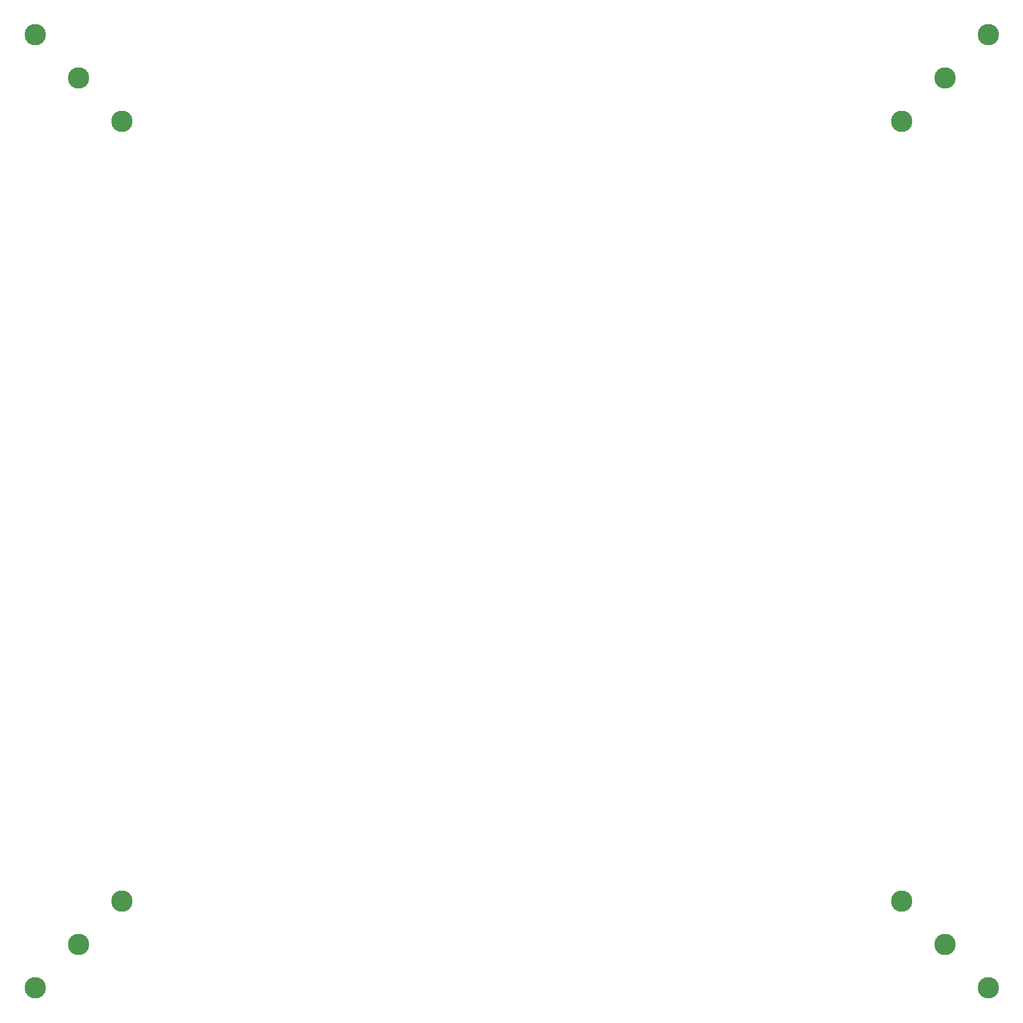
<source format=gbr>
%TF.GenerationSoftware,Altium Limited,Altium Designer,24.0.1 (36)*%
G04 Layer_Color=0*
%FSLAX45Y45*%
%MOMM*%
%TF.SameCoordinates,30B9EBA5-48D0-47E5-9341-C4D43BC7BEBE*%
%TF.FilePolarity,Positive*%
%TF.FileFunction,NonPlated,1,2,NPTH,Drill*%
%TF.Part,Single*%
G01*
G75*
%TA.AperFunction,OtherDrill,Pad Free-8 (-57.15mm,57.15mm)*%
%ADD30C,3.12420*%
%TA.AperFunction,OtherDrill,Pad Free-8 (57.15mm,57.15mm)*%
%ADD31C,3.12420*%
%TA.AperFunction,OtherDrill,Pad Free-8 (57.15mm,-57.15mm)*%
%ADD32C,3.12420*%
%TA.AperFunction,OtherDrill,Pad Free-8 (-57.15mm,-57.15mm)*%
%ADD33C,3.12420*%
%TA.AperFunction,OtherDrill,Pad Free-8 (-63.5mm,63.5mm)*%
%ADD34C,3.12420*%
%TA.AperFunction,OtherDrill,Pad Free-8 (63.5mm,63.5mm)*%
%ADD35C,3.12420*%
%TA.AperFunction,OtherDrill,Pad Free-8 (63.5mm,-63.5mm)*%
%ADD36C,3.12420*%
%TA.AperFunction,OtherDrill,Pad Free-8 (-63.5mm,-63.5mm)*%
%ADD37C,3.12420*%
%TA.AperFunction,OtherDrill,Pad Free-8 (-69.85mm,-69.85mm)*%
%ADD38C,3.12420*%
%TA.AperFunction,OtherDrill,Pad Free-8 (69.85mm,-69.85mm)*%
%ADD39C,3.12420*%
%TA.AperFunction,OtherDrill,Pad Free-8 (69.85mm,69.85mm)*%
%ADD40C,3.12420*%
%TA.AperFunction,OtherDrill,Pad Free-8 (-69.85mm,69.85mm)*%
%ADD41C,3.12420*%
D30*
X-5715000Y5715000D02*
D03*
D31*
X5715000D02*
D03*
D32*
Y-5715000D02*
D03*
D33*
X-5715000D02*
D03*
D34*
X-6350000Y6350000D02*
D03*
D35*
X6350000D02*
D03*
D36*
Y-6350000D02*
D03*
D37*
X-6350000D02*
D03*
D38*
X-6985000Y-6985000D02*
D03*
D39*
X6985000D02*
D03*
D40*
Y6985000D02*
D03*
D41*
X-6985000D02*
D03*
%TF.MD5,9dd85c1b04ed38a00d54bf3367ebc980*%
M02*

</source>
